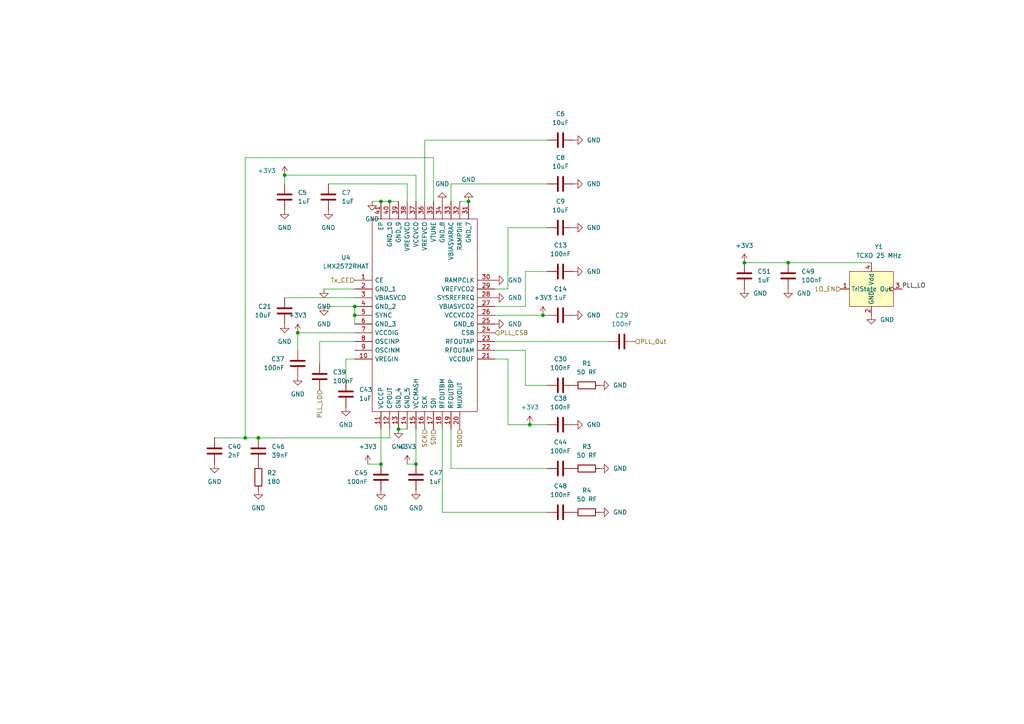
<source format=kicad_sch>
(kicad_sch (version 20211123) (generator eeschema)
  (paper "A4")
  (lib_symbols
    (symbol "Device:C" (pin_numbers hide) (pin_names (offset 0.254))
      (property "Reference" "C" (at 0.635 2.54 0))
      (property "Value" "C" (at 0.635 -2.54 0))
      (symbol "C_0_1"
        (polyline (pts (xy -2.032 -0.762) (xy 2.032 -0.762)) (stroke (width 0.508)))
        (polyline (pts (xy -2.032 0.762) (xy 2.032 0.762)) (stroke (width 0.508)))
      )
      (symbol "C_1_1"
        (pin passive line (at 0 3.81 270) (length 2.794) (name "~") (number "1"))
        (pin passive line (at 0 -3.81 90) (length 2.794) (name "~") (number "2"))
      )
    )
    (symbol "Device:R" (pin_numbers hide) (pin_names (offset 0))
      (property "Reference" "R" (at 2.032 0 90))
      (property "Value" "R" (at 0 0 90))
      (symbol "R_0_1"
        (rectangle (start -1.016 -2.54) (end 1.016 2.54) (stroke (width 0.254)))
      )
      (symbol "R_1_1"
        (pin passive line (at 0 3.81 270) (length 1.27) (name "~") (number "1"))
        (pin passive line (at 0 -3.81 90) (length 1.27) (name "~") (number "2"))
      )
    )
    (symbol "GGS_Miscellaneous:TCXO_ECS"
      (property "Reference" "Y" (at -1.27 -3.81 0))
      (property "Value" "TCXO_ECS" (at 0 -7.62 0))
      (symbol "TCXO_ECS_1_0"
        (rectangle (start 0 6.35) (end 12.7 -3.81) (fill (type background)))
        (pin input line (at -2.54 1.27 0) (length 2.54) (name "TriState") (number "1"))
        (pin passive line (at 6.35 -6.35 90) (length 2.54) (name "GND") (number "2"))
        (pin output clock (at 15.24 1.27 180) (length 2.54) (name "Out") (number "3"))
        (pin passive line (at 6.35 8.89 270) (length 2.54) (name "Vdd") (number "4"))
      )
    )
    (symbol "SamacSys_Parts:LMX2572RHAT" (pin_names (offset 0.762))
      (property "Reference" "IC" (at 36.83 22.86 0))
      (property "Value" "LMX2572RHAT" (at 36.83 20.32 0))
      (symbol "LMX2572RHAT_0_0"
        (pin passive line (at 0 0 0) (length 5.08) (name "CE") (number "1"))
        (pin passive line (at 0 -22.86 0) (length 5.08) (name "VREGIN") (number "10"))
        (pin passive line (at 7.62 -43.18 90) (length 5.08) (name "VCCCP") (number "11"))
        (pin passive line (at 10.16 -43.18 90) (length 5.08) (name "CPOUT") (number "12"))
        (pin passive line (at 12.7 -43.18 90) (length 5.08) (name "GND_4") (number "13"))
        (pin passive line (at 15.24 -43.18 90) (length 5.08) (name "GND_5") (number "14"))
        (pin passive line (at 17.78 -43.18 90) (length 5.08) (name "VCCMASH") (number "15"))
        (pin passive line (at 20.32 -43.18 90) (length 5.08) (name "SCK") (number "16"))
        (pin passive line (at 22.86 -43.18 90) (length 5.08) (name "SDI") (number "17"))
        (pin passive line (at 25.4 -43.18 90) (length 5.08) (name "RFOUTBM") (number "18"))
        (pin passive line (at 27.94 -43.18 90) (length 5.08) (name "RFOUTBP") (number "19"))
        (pin passive line (at 0 -2.54 0) (length 5.08) (name "GND_1") (number "2"))
        (pin passive line (at 30.48 -43.18 90) (length 5.08) (name "MUXOUT") (number "20"))
        (pin passive line (at 40.64 -22.86 180) (length 5.08) (name "VCCBUF") (number "21"))
        (pin passive line (at 40.64 -20.32 180) (length 5.08) (name "RFOUTAM") (number "22"))
        (pin passive line (at 40.64 -17.78 180) (length 5.08) (name "RFOUTAP") (number "23"))
        (pin passive line (at 40.64 -15.24 180) (length 5.08) (name "CSB") (number "24"))
        (pin passive line (at 40.64 -12.7 180) (length 5.08) (name "GND_6") (number "25"))
        (pin passive line (at 40.64 -10.16 180) (length 5.08) (name "VCCVCO2") (number "26"))
        (pin passive line (at 40.64 -7.62 180) (length 5.08) (name "VBIASVCO2") (number "27"))
        (pin passive line (at 40.64 -5.08 180) (length 5.08) (name "SYSREFREQ") (number "28"))
        (pin passive line (at 40.64 -2.54 180) (length 5.08) (name "VREFVCO2") (number "29"))
        (pin passive line (at 0 -5.08 0) (length 5.08) (name "VBIASVCO") (number "3"))
        (pin passive line (at 40.64 0 180) (length 5.08) (name "RAMPCLK") (number "30"))
        (pin passive line (at 33.02 22.86 270) (length 5.08) (name "GND_7") (number "31"))
        (pin passive line (at 30.48 22.86 270) (length 5.08) (name "RAMPDIR") (number "32"))
        (pin passive line (at 27.94 22.86 270) (length 5.08) (name "VBIASVARAC") (number "33"))
        (pin passive line (at 25.4 22.86 270) (length 5.08) (name "GND_8") (number "34"))
        (pin passive line (at 22.86 22.86 270) (length 5.08) (name "VTUNE") (number "35"))
        (pin passive line (at 20.32 22.86 270) (length 5.08) (name "VREFVCO") (number "36"))
        (pin passive line (at 17.78 22.86 270) (length 5.08) (name "VCCVCO") (number "37"))
        (pin passive line (at 15.24 22.86 270) (length 5.08) (name "VREGVCO") (number "38"))
        (pin passive line (at 12.7 22.86 270) (length 5.08) (name "GND_9") (number "39"))
        (pin passive line (at 0 -7.62 0) (length 5.08) (name "GND_2") (number "4"))
        (pin passive line (at 10.16 22.86 270) (length 5.08) (name "GND_10") (number "40"))
        (pin passive line (at 7.62 22.86 270) (length 5.08) (name "EP") (number "41"))
        (pin passive line (at 0 -10.16 0) (length 5.08) (name "SYNC") (number "5"))
        (pin passive line (at 0 -12.7 0) (length 5.08) (name "GND_3") (number "6"))
        (pin passive line (at 0 -15.24 0) (length 5.08) (name "VCCDIG") (number "7"))
        (pin passive line (at 0 -17.78 0) (length 5.08) (name "OSCINP") (number "8"))
        (pin passive line (at 0 -20.32 0) (length 5.08) (name "OSCINM") (number "9"))
      )
      (symbol "LMX2572RHAT_0_1"
        (polyline (pts (xy 5.08 17.78) (xy 35.56 17.78) (xy 35.56 -38.1) (xy 5.08 -38.1) (xy 5.08 17.78)) (stroke (width 0.1524)))
      )
    )
    (symbol "power:+3V3" (power) (pin_names (offset 0))
      (property "Value" "+3V3" (at 0 3.556 0))
      (symbol "+3V3_0_1"
        (polyline (pts (xy -0.762 1.27) (xy 0 2.54)))
        (polyline (pts (xy 0 0) (xy 0 2.54)))
        (polyline (pts (xy 0 2.54) (xy 0.762 1.27)))
      )
      (symbol "+3V3_1_1"
        (pin power_in line (at 0 0 90) (length 0) hide (name "+3V3") (number "1"))
      )
    )
    (symbol "power:GND" (power) (pin_names (offset 0))
      (property "Value" "GND" (at 0 -3.81 0))
      (symbol "GND_0_1"
        (polyline (pts (xy 0 0) (xy 0 -1.27) (xy 1.27 -1.27) (xy 0 -2.54) (xy -1.27 -1.27) (xy 0 -1.27)))
      )
      (symbol "GND_1_1"
        (pin power_in line (at 0 0 270) (length 0) hide (name "GND") (number "1"))
      )
    )
  )
  (junction (at 110.49 134.62))
  (junction (at 82.55 50.8))
  (junction (at 153.67 123.19))
  (junction (at 110.49 58.42))
  (junction (at 102.87 91.44))
  (junction (at 102.87 88.9))
  (junction (at 74.93 127))
  (junction (at 228.6 76.2))
  (junction (at 120.65 134.62))
  (junction (at 115.57 124.46))
  (junction (at 135.89 58.42))
  (junction (at 113.03 58.42))
  (junction (at 86.36 96.52))
  (junction (at 215.9 76.2))
  (junction (at 157.48 91.44))
  (junction (at 71.12 127))
  (wire (pts (xy 100.33 104.14) (xy 102.87 104.14)))
  (wire (pts (xy 113.03 124.46) (xy 113.03 127)))
  (wire (pts (xy 153.67 123.19) (xy 147.32 123.19)))
  (wire (pts (xy 106.68 134.62) (xy 110.49 134.62)))
  (wire (pts (xy 157.48 91.44) (xy 158.75 91.44)))
  (wire (pts (xy 102.87 91.44) (xy 102.87 93.98)))
  (wire (pts (xy 147.32 123.19) (xy 147.32 104.14)))
  (wire (pts (xy 152.4 101.6) (xy 143.51 101.6)))
  (wire (pts (xy 143.51 91.44) (xy 157.48 91.44)))
  (wire (pts (xy 228.6 76.2) (xy 215.9 76.2)))
  (wire (pts (xy 102.87 96.52) (xy 86.36 96.52)))
  (wire (pts (xy 86.36 96.52) (xy 86.36 101.6)))
  (wire (pts (xy 130.81 53.34) (xy 158.75 53.34)))
  (wire (pts (xy 110.49 58.42) (xy 113.03 58.42)))
  (wire (pts (xy 120.65 124.46) (xy 120.65 134.62)))
  (wire (pts (xy 118.11 134.62) (xy 120.65 134.62)))
  (wire (pts (xy 113.03 58.42) (xy 115.57 58.42)))
  (wire (pts (xy 93.98 88.9) (xy 102.87 88.9)))
  (wire (pts (xy 143.51 83.82) (xy 147.32 83.82)))
  (wire (pts (xy 152.4 78.74) (xy 152.4 88.9)))
  (wire (pts (xy 82.55 86.36) (xy 102.87 86.36)))
  (wire (pts (xy 100.33 110.49) (xy 100.33 104.14)))
  (wire (pts (xy 147.32 66.04) (xy 158.75 66.04)))
  (wire (pts (xy 95.25 53.34) (xy 118.11 53.34)))
  (wire (pts (xy 123.19 40.64) (xy 158.75 40.64)))
  (wire (pts (xy 130.81 53.34) (xy 130.81 58.42)))
  (wire (pts (xy 120.65 50.8) (xy 82.55 50.8)))
  (wire (pts (xy 120.65 50.8) (xy 120.65 58.42)))
  (wire (pts (xy 113.03 127) (xy 74.93 127)))
  (wire (pts (xy 143.51 88.9) (xy 152.4 88.9)))
  (wire (pts (xy 62.23 127) (xy 71.12 127)))
  (wire (pts (xy 71.12 127) (xy 74.93 127)))
  (wire (pts (xy 125.73 58.42) (xy 125.73 45.72)))
  (wire (pts (xy 130.81 135.89) (xy 158.75 135.89)))
  (wire (pts (xy 130.81 124.46) (xy 130.81 135.89)))
  (wire (pts (xy 115.57 124.46) (xy 118.11 124.46)))
  (wire (pts (xy 133.35 58.42) (xy 135.89 58.42)))
  (wire (pts (xy 128.27 124.46) (xy 128.27 148.59)))
  (wire (pts (xy 147.32 104.14) (xy 143.51 104.14)))
  (wire (pts (xy 152.4 111.76) (xy 158.75 111.76)))
  (wire (pts (xy 107.95 58.42) (xy 110.49 58.42)))
  (wire (pts (xy 82.55 50.8) (xy 82.55 53.34)))
  (wire (pts (xy 158.75 148.59) (xy 128.27 148.59)))
  (wire (pts (xy 71.12 45.72) (xy 125.73 45.72)))
  (wire (pts (xy 92.71 99.06) (xy 102.87 99.06)))
  (wire (pts (xy 102.87 88.9) (xy 102.87 91.44)))
  (wire (pts (xy 123.19 40.64) (xy 123.19 58.42)))
  (wire (pts (xy 147.32 66.04) (xy 147.32 83.82)))
  (wire (pts (xy 152.4 78.74) (xy 158.75 78.74)))
  (wire (pts (xy 118.11 53.34) (xy 118.11 58.42)))
  (wire (pts (xy 152.4 111.76) (xy 152.4 101.6)))
  (wire (pts (xy 158.75 123.19) (xy 153.67 123.19)))
  (wire (pts (xy 71.12 127) (xy 71.12 45.72)))
  (wire (pts (xy 92.71 99.06) (xy 92.71 105.41)))
  (wire (pts (xy 93.98 83.82) (xy 102.87 83.82)))
  (wire (pts (xy 110.49 124.46) (xy 110.49 134.62)))
  (wire (pts (xy 228.6 76.2) (xy 252.73 76.2)))
  (wire (pts (xy 176.53 99.06) (xy 143.51 99.06)))
  (label "PLL_LO" (at 261.62 83.82 0))
  (hierarchical_label "Tx_CE" (shape input) (at 102.87 81.28 180))
  (hierarchical_label "PLL_CSB" (shape input) (at 143.51 96.52 0))
  (hierarchical_label "PLL_Out" (shape input) (at 184.15 99.06 0))
  (hierarchical_label "LO_EN" (shape input) (at 243.84 83.82 180))
  (hierarchical_label "SDI" (shape input) (at 125.73 124.46 270))
  (hierarchical_label "SDO" (shape input) (at 133.35 124.46 270))
  (hierarchical_label "PLL_LO" (shape input) (at 92.71 113.03 270))
  (hierarchical_label "SCK" (shape input) (at 123.19 124.46 270))
  (symbol (lib_id "power:GND") (at 166.37 123.19 90) (unit 1)
    (property "Reference" "#PWR0125" (effects hide))
    (property "Value" "GND" (at 170.18 123.1899 90) (effects (justify right)))
  )
  (symbol (lib_id "power:GND") (at 166.37 53.34 90) (unit 1)
    (property "Reference" "#PWR0130" (effects hide))
    (property "Value" "GND" (at 170.18 53.3399 90) (effects (justify right)))
  )
  (symbol (lib_id "Device:C") (at 120.65 138.43 180) (unit 1)
    (property "Reference" "C47" (at 124.46 137.1599 0) (effects (justify right)))
    (property "Value" "1uF" (at 124.46 139.6999 0) (effects (justify right)))
    (property "Footprint" "Capacitor_SMD:C_0603_1608Metric" (effects hide))
  )
  (symbol (lib_id "power:GND") (at 82.55 93.98 0) (unit 1)
    (property "Reference" "#PWR0147" (effects hide))
    (property "Value" "GND" (at 82.55 99.06 0))
  )
  (symbol (lib_id "Device:C") (at 180.34 99.06 270) (unit 1)
    (property "Reference" "C29" (at 180.34 91.44 90))
    (property "Value" "100nF" (at 180.34 93.98 90))
    (property "Footprint" "Capacitor_SMD:C_0603_1608Metric" (effects hide))
  )
  (symbol (lib_id "power:GND") (at 100.33 118.11 0) (unit 1)
    (property "Reference" "#PWR0142" (effects hide))
    (property "Value" "GND" (at 100.33 123.19 0))
  )
  (symbol (lib_id "power:GND") (at 166.37 40.64 90) (unit 1)
    (property "Reference" "#PWR0131" (effects hide))
    (property "Value" "GND" (at 170.18 40.6399 90) (effects (justify right)))
  )
  (symbol (lib_id "power:GND") (at 228.6 83.82 0) (unit 1)
    (property "Reference" "#PWR0160" (effects hide))
    (property "Value" "GND" (at 231.14 85.0899 0) (effects (justify left)))
  )
  (symbol (lib_id "Device:C") (at 82.55 90.17 0) (mirror x) (unit 1)
    (property "Reference" "C21" (at 78.74 88.8999 0) (effects (justify right)))
    (property "Value" "10uF" (at 78.74 91.4399 0) (effects (justify right)))
    (property "Footprint" "Capacitor_SMD:C_0805_2012Metric" (effects hide))
  )
  (symbol (lib_id "Device:C") (at 95.25 57.15 180) (unit 1)
    (property "Reference" "C7" (at 99.06 55.8799 0) (effects (justify right)))
    (property "Value" "1uF" (at 99.06 58.4199 0) (effects (justify right)))
    (property "Footprint" "Capacitor_SMD:C_0603_1608Metric" (effects hide))
  )
  (symbol (lib_id "Device:C") (at 162.56 111.76 270) (unit 1)
    (property "Reference" "C30" (at 162.56 104.14 90))
    (property "Value" "100nF" (at 162.56 106.68 90))
    (property "Footprint" "Capacitor_SMD:C_0603_1608Metric" (effects hide))
  )
  (symbol (lib_id "power:+3V3") (at 82.55 50.8 0) (unit 1)
    (property "Reference" "#PWR0164" (effects hide))
    (property "Value" "+3V3" (at 80.01 49.5299 0) (effects (justify right)))
  )
  (symbol (lib_id "Device:C") (at 162.56 135.89 270) (unit 1)
    (property "Reference" "C44" (at 162.56 128.27 90))
    (property "Value" "100nF" (at 162.56 130.81 90))
    (property "Footprint" "Capacitor_SMD:C_0603_1608Metric" (effects hide))
  )
  (symbol (lib_id "power:+3V3") (at 153.67 123.19 0) (unit 1)
    (property "Reference" "#PWR0126" (effects hide))
    (property "Value" "+3V3" (at 153.67 118.11 0))
  )
  (symbol (lib_id "Device:C") (at 100.33 114.3 180) (unit 1)
    (property "Reference" "C43" (at 104.14 113.0299 0) (effects (justify right)))
    (property "Value" "1uF" (at 104.14 115.5699 0) (effects (justify right)))
    (property "Footprint" "Capacitor_SMD:C_0603_1608Metric" (effects hide))
  )
  (symbol (lib_id "power:GND") (at 173.99 148.59 90) (unit 1)
    (property "Reference" "#PWR0127" (effects hide))
    (property "Value" "GND" (at 177.8 148.5899 90) (effects (justify right)))
  )
  (symbol (lib_id "Device:R") (at 74.93 138.43 0) (unit 1)
    (property "Reference" "R2" (at 77.47 137.1599 0) (effects (justify left)))
    (property "Value" "180" (at 77.47 139.6999 0) (effects (justify left)))
    (property "Footprint" "Resistor_SMD:R_0603_1608Metric" (effects hide))
  )
  (symbol (lib_id "Device:C") (at 110.49 138.43 180) (unit 1)
    (property "Reference" "C45" (at 106.68 137.1599 0) (effects (justify left)))
    (property "Value" "100nF" (at 106.68 139.6999 0) (effects (justify left)))
    (property "Footprint" "Capacitor_SMD:C_0603_1608Metric" (effects hide))
  )
  (symbol (lib_id "SamacSys_Parts:LMX2572RHAT") (at 102.87 81.28 0) (unit 1)
    (property "Reference" "U4" (at 100.33 74.7012 0))
    (property "Value" "LMX2572RHAT" (at 100.33 77.2412 0))
    (property "Footprint" "SamacSys_Footprints:QFN50P600X600X100-41N-D" (effects hide))
    (property "Datasheet" "http://www.ti.com/lit/gpn/lmx2572" (effects hide))
    (property "Description" "6.4-GHz low-power wideband RF synthesizer " (effects hide))
    (property "Height" "1" (effects hide))
    (property "Mouser Part Number" "595-LMX2572RHAT" (effects hide))
    (property "Mouser Price/Stock" "https://www.mouser.co.uk/ProductDetail/Texas-Instruments/LMX2572RHAT?qs=BZBei1rCqCAcV8D5kfnwXg%3D%3D" (effects hide))
    (property "Manufacturer_Name" "Texas Instruments" (effects hide))
    (property "Manufacturer_Part_Number" "LMX2572RHAT" (effects hide))
  )
  (symbol (lib_id "power:GND") (at 82.55 60.96 0) (unit 1)
    (property "Reference" "#PWR0169" (effects hide))
    (property "Value" "GND" (at 82.55 66.04 0))
  )
  (symbol (lib_id "Device:C") (at 162.56 40.64 270) (unit 1)
    (property "Reference" "C6" (at 162.56 33.02 90))
    (property "Value" "10uF" (at 162.56 35.56 90))
    (property "Footprint" "Capacitor_SMD:C_0805_2012Metric" (effects hide))
  )
  (symbol (lib_id "power:GND") (at 110.49 142.24 0) (unit 1)
    (property "Reference" "#PWR0140" (effects hide))
    (property "Value" "GND" (at 110.49 147.32 0))
  )
  (symbol (lib_id "power:+3V3") (at 86.36 96.52 0) (unit 1)
    (property "Reference" "#PWR0137" (effects hide))
    (property "Value" "+3V3" (at 86.36 91.44 0))
  )
  (symbol (lib_id "Device:C") (at 162.56 78.74 270) (unit 1)
    (property "Reference" "C13" (at 162.56 71.12 90))
    (property "Value" "100nF" (at 162.56 73.66 90))
    (property "Footprint" "Capacitor_SMD:C_0603_1608Metric" (effects hide))
  )
  (symbol (lib_id "power:GND") (at 166.37 91.44 90) (unit 1)
    (property "Reference" "#PWR0152" (effects hide))
    (property "Value" "GND" (at 170.18 91.4399 90) (effects (justify right)))
  )
  (symbol (lib_id "Device:C") (at 162.56 91.44 270) (unit 1)
    (property "Reference" "C14" (at 162.56 83.82 90))
    (property "Value" "1uF" (at 162.56 86.36 90))
    (property "Footprint" "Capacitor_SMD:C_0603_1608Metric" (effects hide))
  )
  (symbol (lib_id "power:GND") (at 74.93 142.24 0) (unit 1)
    (property "Reference" "#PWR0132" (effects hide))
    (property "Value" "GND" (at 74.93 147.32 0))
  )
  (symbol (lib_id "power:GND") (at 93.98 83.82 0) (unit 1)
    (property "Reference" "#PWR0163" (effects hide))
    (property "Value" "GND" (at 93.98 88.9 0))
  )
  (symbol (lib_id "Device:C") (at 162.56 53.34 270) (unit 1)
    (property "Reference" "C8" (at 162.56 45.72 90))
    (property "Value" "10uF" (at 162.56 48.26 90))
    (property "Footprint" "Capacitor_SMD:C_0805_2012Metric" (effects hide))
  )
  (symbol (lib_id "power:+3V3") (at 215.9 76.2 0) (unit 1)
    (property "Reference" "#PWR0161" (effects hide))
    (property "Value" "+3V3" (at 215.9 71.23 0))
  )
  (symbol (lib_id "power:GND") (at 166.37 66.04 90) (unit 1)
    (property "Reference" "#PWR0129" (effects hide))
    (property "Value" "GND" (at 170.18 66.0399 90) (effects (justify right)))
  )
  (symbol (lib_id "power:GND") (at 95.25 60.96 0) (unit 1)
    (property "Reference" "#PWR0168" (effects hide))
    (property "Value" "GND" (at 95.25 66.04 0))
  )
  (symbol (lib_id "Device:C") (at 215.9 80.01 180) (unit 1)
    (property "Reference" "C51" (at 219.71 78.7399 0) (effects (justify right)))
    (property "Value" "1uF" (at 219.71 81.2799 0) (effects (justify right)))
    (property "Footprint" "Capacitor_SMD:C_0603_1608Metric" (effects hide))
  )
  (symbol (lib_id "Device:C") (at 82.55 57.15 180) (unit 1)
    (property "Reference" "C5" (at 86.36 55.8799 0) (effects (justify right)))
    (property "Value" "1uF" (at 86.36 58.4199 0) (effects (justify right)))
    (property "Footprint" "Capacitor_SMD:C_0603_1608Metric" (effects hide))
  )
  (symbol (lib_id "power:GND") (at 93.98 88.9 0) (unit 1)
    (property "Reference" "#PWR0136" (effects hide))
    (property "Value" "GND" (at 93.98 93.98 0))
  )
  (symbol (lib_id "power:GND") (at 173.99 135.89 90) (unit 1)
    (property "Reference" "#PWR0128" (effects hide))
    (property "Value" "GND" (at 177.8 135.8899 90) (effects (justify right)))
  )
  (symbol (lib_id "power:GND") (at 107.95 58.42 0) (unit 1)
    (property "Reference" "#PWR0167" (effects hide))
    (property "Value" "GND" (at 107.95 63.5 0))
  )
  (symbol (lib_id "power:GND") (at 143.51 81.28 90) (unit 1)
    (property "Reference" "#PWR0154" (effects hide))
    (property "Value" "GND" (at 147.32 81.2799 90) (effects (justify right)))
  )
  (symbol (lib_id "Device:C") (at 162.56 123.19 270) (unit 1)
    (property "Reference" "C38" (at 162.56 115.57 90))
    (property "Value" "100nF" (at 162.56 118.11 90))
    (property "Footprint" "Capacitor_SMD:C_0603_1608Metric" (effects hide))
  )
  (symbol (lib_id "power:GND") (at 128.27 58.42 180) (unit 1)
    (property "Reference" "#PWR0171" (effects hide))
    (property "Value" "GND" (at 128.27 53.34 0))
  )
  (symbol (lib_id "Device:C") (at 86.36 105.41 180) (unit 1)
    (property "Reference" "C37" (at 82.55 104.1399 0) (effects (justify left)))
    (property "Value" "100nF" (at 82.55 106.6799 0) (effects (justify left)))
    (property "Footprint" "Capacitor_SMD:C_0603_1608Metric" (effects hide))
  )
  (symbol (lib_id "power:GND") (at 115.57 124.46 0) (unit 1)
    (property "Reference" "#PWR0134" (effects hide))
    (property "Value" "GND" (at 115.57 129.54 0))
  )
  (symbol (lib_id "Device:C") (at 62.23 130.81 180) (unit 1)
    (property "Reference" "C40" (at 66.04 129.5399 0) (effects (justify right)))
    (property "Value" "2nF" (at 66.04 132.0799 0) (effects (justify right)))
    (property "Footprint" "Capacitor_SMD:C_0603_1608Metric" (effects hide))
  )
  (symbol (lib_id "Device:R") (at 170.18 111.76 90) (unit 1)
    (property "Reference" "R1" (at 170.18 105.41 90))
    (property "Value" "50 RF" (at 170.18 107.95 90))
    (property "Footprint" "Resistor_SMD:R_0402_1005Metric" (effects hide))
  )
  (symbol (lib_id "Device:C") (at 162.56 66.04 270) (unit 1)
    (property "Reference" "C9" (at 162.56 58.42 90))
    (property "Value" "10uF" (at 162.56 60.96 90))
    (property "Footprint" "Capacitor_SMD:C_0805_2012Metric" (effects hide))
  )
  (symbol (lib_id "power:GND") (at 166.37 78.74 90) (unit 1)
    (property "Reference" "#PWR0149" (effects hide))
    (property "Value" "GND" (at 170.18 78.7399 90) (effects (justify right)))
  )
  (symbol (lib_id "Device:C") (at 162.56 148.59 270) (unit 1)
    (property "Reference" "C48" (at 162.56 140.97 90))
    (property "Value" "100nF" (at 162.56 143.51 90))
    (property "Footprint" "Capacitor_SMD:C_0603_1608Metric" (effects hide))
  )
  (symbol (lib_id "power:GND") (at 135.89 58.42 180) (unit 1)
    (property "Reference" "#PWR0170" (effects hide))
    (property "Value" "GND" (at 135.89 52.07 0))
  )
  (symbol (lib_id "Device:R") (at 170.18 135.89 90) (unit 1)
    (property "Reference" "R3" (at 170.18 129.54 90))
    (property "Value" "50 RF" (at 170.18 132.08 90))
    (property "Footprint" "Resistor_SMD:R_0402_1005Metric" (effects hide))
  )
  (symbol (lib_id "Device:C") (at 74.93 130.81 180) (unit 1)
    (property "Reference" "C46" (at 78.74 129.5399 0) (effects (justify right)))
    (property "Value" "39nF" (at 78.74 132.0799 0) (effects (justify right)))
    (property "Footprint" "Capacitor_SMD:C_0603_1608Metric" (effects hide))
  )
  (symbol (lib_id "power:GND") (at 215.9 83.82 0) (unit 1)
    (property "Reference" "#PWR0162" (effects hide))
    (property "Value" "GND" (at 218.44 85.0899 0) (effects (justify left)))
  )
  (symbol (lib_id "power:+3V3") (at 118.11 134.62 0) (unit 1)
    (property "Reference" "#PWR0135" (effects hide))
    (property "Value" "+3V3" (at 118.11 129.54 0))
  )
  (symbol (lib_id "power:GND") (at 143.51 93.98 90) (unit 1)
    (property "Reference" "#PWR0158" (effects hide))
    (property "Value" "GND" (at 147.32 93.9799 90) (effects (justify right)))
  )
  (symbol (lib_id "power:GND") (at 62.23 134.62 0) (unit 1)
    (property "Reference" "#PWR0133" (effects hide))
    (property "Value" "GND" (at 62.23 139.7 0))
  )
  (symbol (lib_id "Device:R") (at 170.18 148.59 90) (unit 1)
    (property "Reference" "R4" (at 170.18 142.24 90))
    (property "Value" "50 RF" (at 170.18 144.78 90))
    (property "Footprint" "Resistor_SMD:R_0402_1005Metric" (effects hide))
  )
  (symbol (lib_id "power:+3V3") (at 106.68 134.62 0) (unit 1)
    (property "Reference" "#PWR0148" (effects hide))
    (property "Value" "+3V3" (at 106.68 129.54 0))
  )
  (symbol (lib_id "GGS_Miscellaneous:TCXO_ECS") (at 246.38 85.09 0) (unit 1)
    (property "Reference" "Y1" (at 254.8801 71.58 0))
    (property "Value" "TCXO 25 MHz" (at 254.88 74.12 0))
    (property "Footprint" "GGS_Miscellaneous:TCXO_ECS" (effects hide))
  )
  (symbol (lib_id "power:+3V3") (at 157.48 91.44 0) (unit 1)
    (property "Reference" "#PWR0157" (effects hide))
    (property "Value" "+3V3" (at 157.48 86.36 0))
  )
  (symbol (lib_id "power:GND") (at 143.51 86.36 90) (unit 1)
    (property "Reference" "#PWR0153" (effects hide))
    (property "Value" "GND" (at 147.32 86.3599 90) (effects (justify right)))
  )
  (symbol (lib_id "power:GND") (at 252.73 91.44 0) (unit 1)
    (property "Reference" "#PWR0159" (effects hide))
    (property "Value" "GND" (at 255.27 92.7099 0) (effects (justify left)))
  )
  (symbol (lib_id "power:GND") (at 86.36 109.22 0) (unit 1)
    (property "Reference" "#PWR0141" (effects hide))
    (property "Value" "GND" (at 86.36 114.3 0))
  )
  (symbol (lib_id "power:GND") (at 173.99 111.76 90) (unit 1)
    (property "Reference" "#PWR0124" (effects hide))
    (property "Value" "GND" (at 177.8 111.7599 90) (effects (justify right)))
  )
  (symbol (lib_id "Device:C") (at 92.71 109.22 180) (unit 1)
    (property "Reference" "C39" (at 96.52 107.9499 0) (effects (justify right)))
    (property "Value" "100nF" (at 96.52 110.4899 0) (effects (justify right)))
    (property "Footprint" "Capacitor_SMD:C_0603_1608Metric" (effects hide))
  )
  (symbol (lib_id "power:GND") (at 120.65 142.24 0) (unit 1)
    (property "Reference" "#PWR0138" (effects hide))
    (property "Value" "GND" (at 120.65 147.32 0))
  )
  (symbol (lib_id "Device:C") (at 228.6 80.01 0) (unit 1)
    (property "Reference" "C49" (at 232.41 78.7399 0) (effects (justify left)))
    (property "Value" "100nF" (at 232.41 81.2799 0) (effects (justify left)))
    (property "Footprint" "Capacitor_SMD:C_0603_1608Metric" (effects hide))
  )
)
</source>
